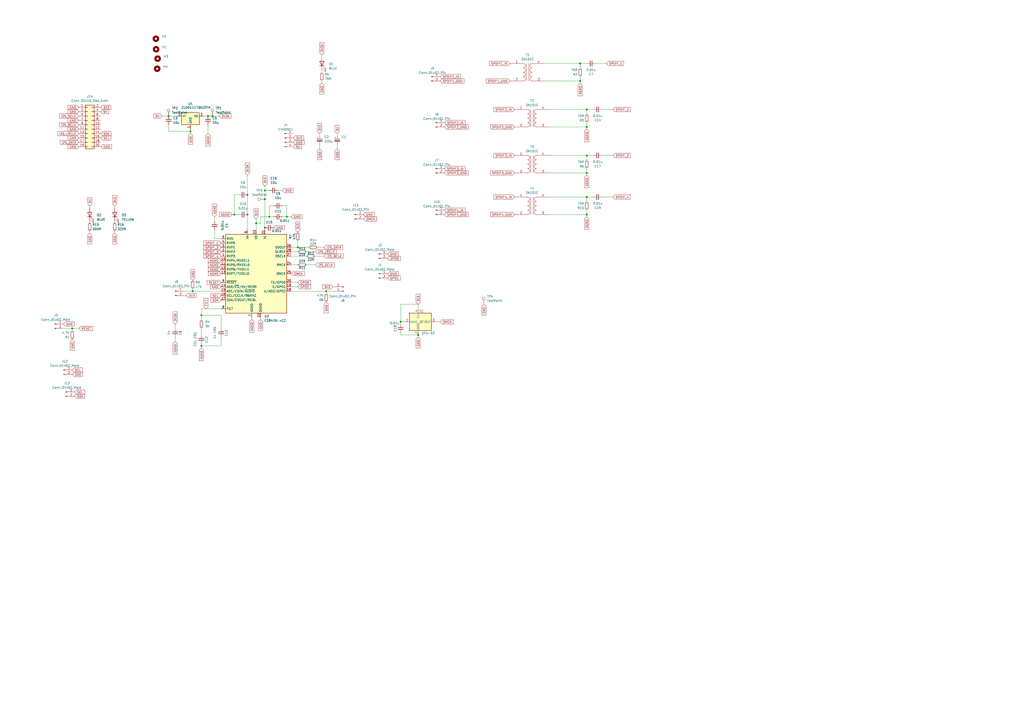
<source format=kicad_sch>
(kicad_sch (version 20231120) (generator "eeschema") (generator_version "8.0")
  (paper "A2")
  (lib_symbols
    (symbol "Audio:CS8416-xZZ"
      (property "Reference" "U" (at 12.7 26.67 0))
      (property "Value" "CS8416-xZZ" (at 12.7 24.13 0))
      (symbol "CS8416-xZZ_1_1"
        (pin input line (at -20.32 10.16 0) (length 2.54) (name "RXP3") (number "1"))
        (pin input line (at -20.32 7.62 0) (length 2.54) (name "RXP4/RXSEL1") (number "10"))
        (pin input line (at -20.32 5.08 0) (length 2.54) (name "RXP5/RXSEL0") (number "11"))
        (pin input line (at -20.32 2.54 0) (length 2.54) (name "RXP6/TXSEL1") (number "12"))
        (pin input line (at -20.32 0 0) (length 2.54) (name "RXP7/TXSEL0") (number "13"))
        (pin input line (at -20.32 -7.62 0) (length 2.54) (name "AD0/~{CS}/NV/RERR") (number "14"))
        (pin input line (at -20.32 -10.16 0) (length 2.54) (name "AD1/CDIN/~{AUDIO}") (number "15"))
        (pin input line (at -20.32 -12.7 0) (length 2.54) (name "SCL/CCLK/96KHZ") (number "16"))
        (pin bidirectional line (at -20.32 -15.24 0) (length 2.54) (name "SDA/CDOUT/RCBL") (number "17"))
        (pin output line (at 20.32 -10.16 180) (length 2.54) (name "U/AD2/GPO2") (number "18"))
        (pin output line (at 20.32 -7.62 180) (length 2.54) (name "C/GPO1") (number "19"))
        (pin input line (at -20.32 12.7 0) (length 2.54) (name "RXP2") (number "2"))
        (pin output line (at 20.32 -5.08 180) (length 2.54) (name "TX/GPO0") (number "20"))
        (pin power_in line (at 5.08 25.4 270) (length 2.54) (name "VL") (number "21"))
        (pin power_in line (at 2.54 -25.4 90) (length 2.54) (name "DGND") (number "22"))
        (pin power_in line (at 0 25.4 270) (length 2.54) (name "VD") (number "23"))
        (pin output line (at 20.32 5.08 180) (length 2.54) (name "RMCK") (number "24"))
        (pin input line (at 20.32 0 180) (length 2.54) (name "OMCK") (number "25"))
        (pin output line (at 20.32 15.24 180) (length 2.54) (name "SDOUT") (number "26"))
        (pin bidirectional line (at 20.32 10.16 180) (length 2.54) (name "OSCLK") (number "27"))
        (pin bidirectional line (at 20.32 12.7 180) (length 2.54) (name "OLRCK") (number "28"))
        (pin input line (at -20.32 15.24 0) (length 2.54) (name "RXP1") (number "3"))
        (pin input line (at -20.32 17.78 0) (length 2.54) (name "RXP0") (number "4"))
        (pin input line (at -20.32 20.32 0) (length 2.54) (name "RXN") (number "5"))
        (pin power_in line (at -5.08 25.4 270) (length 2.54) (name "VA") (number "6"))
        (pin power_in line (at -2.54 -25.4 90) (length 2.54) (name "AGND") (number "7"))
        (pin passive line (at -20.32 -20.32 0) (length 2.54) (name "FILT") (number "8"))
        (pin input line (at -20.32 -5.08 0) (length 2.54) (name "~{RESET}") (number "9"))
      )
    )
    (symbol "Connector:Conn_01x02_Pin" (pin_names (offset 1.016) hide)
      (property "Reference" "J" (at 0 2.54 0))
      (property "Value" "Conn_01x02_Pin" (at 0 -5.08 0))
      (symbol "Conn_01x02_Pin_1_1"
        (pin passive line (at 5.08 0 180) (length 3.81) (name "Pin_1") (number "1"))
        (pin passive line (at 5.08 -2.54 180) (length 3.81) (name "Pin_2") (number "2"))
      )
    )
    (symbol "Connector:Conn_01x04_Pin" (pin_names (offset 1.016) hide)
      (property "Reference" "J" (at 0 5.08 0))
      (property "Value" "Conn_01x04_Pin" (at 0 -7.62 0))
      (symbol "Conn_01x04_Pin_1_1"
        (pin passive line (at 5.08 2.54 180) (length 3.81) (name "Pin_1") (number "1"))
        (pin passive line (at 5.08 0 180) (length 3.81) (name "Pin_2") (number "2"))
        (pin passive line (at 5.08 -2.54 180) (length 3.81) (name "Pin_3") (number "3"))
        (pin passive line (at 5.08 -5.08 180) (length 3.81) (name "Pin_4") (number "4"))
      )
    )
    (symbol "Connector:TestPoint" (pin_numbers hide) (pin_names (offset 0.762) hide)
      (property "Reference" "TP" (at 0 6.858 0))
      (property "Value" "TestPoint" (at 0 5.08 0))
      (symbol "TestPoint_1_1"
        (pin passive line (at 0 0 90) (length 2.54) (name "1") (number "1"))
      )
    )
    (symbol "Connector_Generic:Conn_02x10_Odd_Even" (pin_names (offset 1.016) hide)
      (property "Reference" "J" (at 1.27 12.7 0))
      (property "Value" "Conn_02x10_Odd_Even" (at 1.27 -15.24 0))
      (symbol "Conn_02x10_Odd_Even_1_1"
        (pin passive line (at -5.08 10.16 0) (length 3.81) (name "Pin_1") (number "1"))
        (pin passive line (at 7.62 0 180) (length 3.81) (name "Pin_10") (number "10"))
        (pin passive line (at -5.08 -2.54 0) (length 3.81) (name "Pin_11") (number "11"))
        (pin passive line (at 7.62 -2.54 180) (length 3.81) (name "Pin_12") (number "12"))
        (pin passive line (at -5.08 -5.08 0) (length 3.81) (name "Pin_13") (number "13"))
        (pin passive line (at 7.62 -5.08 180) (length 3.81) (name "Pin_14") (number "14"))
        (pin passive line (at -5.08 -7.62 0) (length 3.81) (name "Pin_15") (number "15"))
        (pin passive line (at 7.62 -7.62 180) (length 3.81) (name "Pin_16") (number "16"))
        (pin passive line (at -5.08 -10.16 0) (length 3.81) (name "Pin_17") (number "17"))
        (pin passive line (at 7.62 -10.16 180) (length 3.81) (name "Pin_18") (number "18"))
        (pin passive line (at -5.08 -12.7 0) (length 3.81) (name "Pin_19") (number "19"))
        (pin passive line (at 7.62 10.16 180) (length 3.81) (name "Pin_2") (number "2"))
        (pin passive line (at 7.62 -12.7 180) (length 3.81) (name "Pin_20") (number "20"))
        (pin passive line (at -5.08 7.62 0) (length 3.81) (name "Pin_3") (number "3"))
        (pin passive line (at 7.62 7.62 180) (length 3.81) (name "Pin_4") (number "4"))
        (pin passive line (at -5.08 5.08 0) (length 3.81) (name "Pin_5") (number "5"))
        (pin passive line (at 7.62 5.08 180) (length 3.81) (name "Pin_6") (number "6"))
        (pin passive line (at -5.08 2.54 0) (length 3.81) (name "Pin_7") (number "7"))
        (pin passive line (at 7.62 2.54 180) (length 3.81) (name "Pin_8") (number "8"))
        (pin passive line (at -5.08 0 0) (length 3.81) (name "Pin_9") (number "9"))
      )
    )
    (symbol "Device:C_Polarized_Small" (pin_numbers hide) (pin_names (offset 0.254) hide)
      (property "Reference" "C" (at 0.254 1.778 0))
      (property "Value" "C_Polarized_Small" (at 0.254 -2.032 0))
      (symbol "C_Polarized_Small_1_1"
        (pin passive line (at 0 2.54 270) (length 1.8542) (name "~") (number "1"))
        (pin passive line (at 0 -2.54 90) (length 1.8542) (name "~") (number "2"))
      )
    )
    (symbol "Device:C_Small" (pin_numbers hide) (pin_names (offset 0.254) hide)
      (property "Reference" "C" (at 0.254 1.778 0))
      (property "Value" "C_Small" (at 0.254 -2.032 0))
      (symbol "C_Small_1_1"
        (pin passive line (at 0 2.54 270) (length 2.032) (name "~") (number "1"))
        (pin passive line (at 0 -2.54 90) (length 2.032) (name "~") (number "2"))
      )
    )
    (symbol "Device:LED" (pin_numbers hide) (pin_names (offset 1.016) hide)
      (property "Reference" "D" (at 0 2.54 0))
      (property "Value" "LED" (at 0 -2.54 0))
      (symbol "LED_1_1"
        (pin passive line (at -3.81 0 0) (length 2.54) (name "K") (number "1"))
        (pin passive line (at 3.81 0 180) (length 2.54) (name "A") (number "2"))
      )
    )
    (symbol "Device:R_Small" (pin_numbers hide) (pin_names (offset 0.254) hide)
      (property "Reference" "R" (at 0.762 0.508 0))
      (property "Value" "R_Small" (at 0.762 -1.016 0))
      (symbol "R_Small_1_1"
        (pin passive line (at 0 2.54 270) (length 0.762) (name "~") (number "1"))
        (pin passive line (at 0 -2.54 90) (length 0.762) (name "~") (number "2"))
      )
    )
    (symbol "Device:Transformer_1P_1S" (pin_names (offset 1.016) hide)
      (property "Reference" "T" (at 0 6.35 0))
      (property "Value" "Transformer_1P_1S" (at 0 -7.62 0))
      (symbol "Transformer_1P_1S_1_1"
        (pin passive line (at -10.16 5.08 0) (length 7.62) (name "AA") (number "1"))
        (pin passive line (at -10.16 -5.08 0) (length 7.62) (name "AB") (number "2"))
        (pin passive line (at 10.16 -5.08 180) (length 7.62) (name "SA") (number "3"))
        (pin passive line (at 10.16 5.08 180) (length 7.62) (name "SB") (number "4"))
      )
    )
    (symbol "Mechanical:MountingHole" (pin_names (offset 1.016)) (exclude_from_sim yes) (in_bom no)
      (property "Reference" "H" (at 0 5.08 0))
      (property "Value" "MountingHole" (at 0 3.175 0))
    )
    (symbol "Oscillator:DFA-S3" (pin_names (offset 0.254))
      (property "Reference" "X" (at -5.08 6.35 0))
      (property "Value" "DFA-S3" (at 1.27 -6.35 0))
      (symbol "DFA-S3_1_1"
        (pin input line (at -7.62 0 0) (length 2.54) (name "Vctrl") (number "1"))
        (pin power_in line (at 0 -7.62 90) (length 2.54) (name "GND") (number "2"))
        (pin output line (at 10.16 0 180) (length 2.54) (name "OUT") (number "3"))
        (pin power_in line (at 0 7.62 270) (length 2.54) (name "V+") (number "4"))
      )
    )
    (symbol "Regulator_Linear:AMS1117-3.3"
      (property "Reference" "U" (at -3.81 3.175 0))
      (property "Value" "AMS1117-3.3" (at 0 3.175 0))
      (symbol "AMS1117-3.3_1_1"
        (pin power_in line (at 0 -7.62 90) (length 2.54) (name "GND") (number "1"))
        (pin power_out line (at 7.62 0 180) (length 2.54) (name "VO") (number "2"))
        (pin power_in line (at -7.62 0 0) (length 2.54) (name "VI") (number "3"))
      )
    )
  )
  (junction (at 340.36 63.5))
  (junction (at 148.59 129.54))
  (junction (at 156.21 125.73))
  (junction (at 166.37 125.73))
  (junction (at 41.91 190.5))
  (junction (at 153.67 115.57))
  (junction (at 123.19 67.31))
  (junction (at 135.89 124.46))
  (junction (at 336.55 36.83))
  (junction (at 153.67 132.08))
  (junction (at 120.65 67.31))
  (junction (at 340.36 90.17))
  (junction (at 97.79 67.31))
  (junction (at 340.36 73.66))
  (junction (at 232.41 186.69))
  (junction (at 189.23 168.91))
  (junction (at 110.49 76.2))
  (junction (at 242.57 194.31))
  (junction (at 116.84 200.66))
  (junction (at 116.84 182.88))
  (junction (at 336.55 46.99))
  (junction (at 340.36 114.3))
  (junction (at 111.76 168.91))
  (junction (at 143.51 124.46))
  (junction (at 340.36 100.33))
  (junction (at 143.51 113.03))
  (junction (at 153.67 110.49))
  (junction (at 340.36 124.46))
  (junction (at 172.72 143.51))
  (wire (pts (xy 182.88 153.67) (xy 177.8 153.67)))
  (wire (pts (xy 111.76 167.64) (xy 111.76 168.91)))
  (wire (pts (xy 340.36 92.71) (xy 340.36 90.17)))
  (wire (pts (xy 143.51 124.46) (xy 143.51 133.35)))
  (wire (pts (xy 340.36 121.92) (xy 340.36 124.46)))
  (wire (pts (xy 52.07 134.112) (xy 52.07 135.255)))
  (wire (pts (xy 111.76 168.91) (xy 128.27 168.91)))
  (wire (pts (xy 66.548 120.65) (xy 66.548 119.38)))
  (wire (pts (xy 340.36 124.46) (xy 340.36 125.73)))
  (wire (pts (xy 232.41 186.69) (xy 234.95 186.69)))
  (wire (pts (xy 151.13 125.73) (xy 151.13 129.54)))
  (wire (pts (xy 340.36 97.79) (xy 340.36 100.33)))
  (wire (pts (xy 336.55 39.37) (xy 336.55 36.83)))
  (wire (pts (xy 318.77 100.33) (xy 340.36 100.33)))
  (wire (pts (xy 153.67 110.49) (xy 153.67 115.57)))
  (wire (pts (xy 116.84 182.88) (xy 116.84 185.42)))
  (wire (pts (xy 153.67 132.08) (xy 153.67 133.35)))
  (wire (pts (xy 185.42 77.47) (xy 185.42 78.74)))
  (wire (pts (xy 351.79 36.83) (xy 345.44 36.83)))
  (wire (pts (xy 93.98 67.31) (xy 97.79 67.31)))
  (wire (pts (xy 148.59 127) (xy 148.59 129.54)))
  (wire (pts (xy 120.65 72.39) (xy 120.65 77.47)))
  (wire (pts (xy 344.17 63.5) (xy 340.36 63.5)))
  (wire (pts (xy 316.23 46.99) (xy 336.55 46.99)))
  (wire (pts (xy 143.51 113.03) (xy 143.51 124.46)))
  (wire (pts (xy 344.17 114.3) (xy 340.36 114.3)))
  (wire (pts (xy 124.46 138.43) (xy 128.27 138.43)))
  (wire (pts (xy 124.46 128.27) (xy 124.46 125.73)))
  (wire (pts (xy 172.72 153.67) (xy 168.91 153.67)))
  (wire (pts (xy 128.27 200.66) (xy 116.84 200.66)))
  (wire (pts (xy 138.43 113.03) (xy 135.89 113.03)))
  (wire (pts (xy 135.89 124.46) (xy 138.43 124.46)))
  (wire (pts (xy 340.36 66.04) (xy 340.36 63.5)))
  (wire (pts (xy 242.57 176.53) (xy 242.57 179.07)))
  (wire (pts (xy 134.62 124.46) (xy 135.89 124.46)))
  (wire (pts (xy 340.36 36.83) (xy 336.55 36.83)))
  (wire (pts (xy 97.79 72.39) (xy 97.79 76.2)))
  (wire (pts (xy 158.75 119.38) (xy 156.21 119.38)))
  (wire (pts (xy 242.57 195.58) (xy 242.57 194.31)))
  (wire (pts (xy 163.83 119.38) (xy 166.37 119.38)))
  (wire (pts (xy 128.27 182.88) (xy 116.84 182.88)))
  (wire (pts (xy 355.6 114.3) (xy 349.25 114.3)))
  (wire (pts (xy 107.95 171.45) (xy 106.68 171.45)))
  (wire (pts (xy 166.37 119.38) (xy 166.37 125.73)))
  (wire (pts (xy 232.41 187.96) (xy 232.41 186.69)))
  (wire (pts (xy 120.65 67.31) (xy 123.19 67.31)))
  (wire (pts (xy 355.6 90.17) (xy 349.25 90.17)))
  (wire (pts (xy 195.58 86.36) (xy 195.58 83.82)))
  (wire (pts (xy 116.84 179.07) (xy 116.84 182.88)))
  (wire (pts (xy 168.91 168.91) (xy 189.23 168.91)))
  (wire (pts (xy 232.41 176.53) (xy 242.57 176.53)))
  (wire (pts (xy 101.6 190.5) (xy 101.6 187.96)))
  (wire (pts (xy 316.23 36.83) (xy 336.55 36.83)))
  (wire (pts (xy 355.6 63.5) (xy 349.25 63.5)))
  (wire (pts (xy 97.79 76.2) (xy 110.49 76.2)))
  (wire (pts (xy 232.41 194.31) (xy 242.57 194.31)))
  (wire (pts (xy 146.05 185.42) (xy 146.05 184.15)))
  (wire (pts (xy 172.72 139.7) (xy 172.72 143.51)))
  (wire (pts (xy 128.27 190.5) (xy 128.27 182.88)))
  (wire (pts (xy 189.23 170.18) (xy 189.23 168.91)))
  (wire (pts (xy 182.88 146.05) (xy 177.8 146.05)))
  (wire (pts (xy 166.37 125.73) (xy 163.83 125.73)))
  (wire (pts (xy 66.548 134.112) (xy 66.548 135.255)))
  (wire (pts (xy 135.89 113.03) (xy 135.89 124.46)))
  (wire (pts (xy 172.72 146.05) (xy 168.91 146.05)))
  (wire (pts (xy 344.17 90.17) (xy 340.36 90.17)))
  (wire (pts (xy 158.75 125.73) (xy 156.21 125.73)))
  (wire (pts (xy 232.41 193.04) (xy 232.41 194.31)))
  (wire (pts (xy 153.67 110.49) (xy 156.21 110.49)))
  (wire (pts (xy 97.79 67.31) (xy 102.87 67.31)))
  (wire (pts (xy 116.84 194.31) (xy 116.84 190.5)))
  (wire (pts (xy 45.72 190.5) (xy 41.91 190.5)))
  (wire (pts (xy 101.6 198.12) (xy 101.6 195.58)))
  (wire (pts (xy 336.55 46.99) (xy 336.55 48.26)))
  (wire (pts (xy 153.67 115.57) (xy 153.67 132.08)))
  (wire (pts (xy 186.69 46.99) (xy 186.69 48.26)))
  (wire (pts (xy 187.96 148.59) (xy 182.88 148.59)))
  (wire (pts (xy 186.69 33.02) (xy 186.69 31.75)))
  (wire (pts (xy 172.72 143.51) (xy 168.91 143.51)))
  (wire (pts (xy 186.69 41.91) (xy 186.69 40.64)))
  (wire (pts (xy 52.07 120.65) (xy 52.07 119.38)))
  (wire (pts (xy 340.36 73.66) (xy 340.36 74.93)))
  (wire (pts (xy 172.72 166.37) (xy 168.91 166.37)))
  (wire (pts (xy 318.77 124.46) (xy 340.36 124.46)))
  (wire (pts (xy 252.73 186.69) (xy 255.27 186.69)))
  (wire (pts (xy 116.84 201.93) (xy 116.84 200.66)))
  (wire (pts (xy 194.31 168.91) (xy 189.23 168.91)))
  (wire (pts (xy 193.04 166.37) (xy 194.31 166.37)))
  (wire (pts (xy 187.96 143.51) (xy 184.15 143.51)))
  (wire (pts (xy 124.46 133.35) (xy 124.46 138.43)))
  (wire (pts (xy 106.68 168.91) (xy 111.76 168.91)))
  (wire (pts (xy 41.91 191.77) (xy 41.91 190.5)))
  (wire (pts (xy 110.49 76.2) (xy 110.49 74.93)))
  (wire (pts (xy 128.27 195.58) (xy 128.27 200.66)))
  (wire (pts (xy 128.27 179.07) (xy 116.84 179.07)))
  (wire (pts (xy 340.36 71.12) (xy 340.36 73.66)))
  (wire (pts (xy 116.84 200.66) (xy 116.84 199.39)))
  (wire (pts (xy 148.59 129.54) (xy 148.59 133.35)))
  (wire (pts (xy 318.77 114.3) (xy 340.36 114.3)))
  (wire (pts (xy 156.21 125.73) (xy 151.13 125.73)))
  (wire (pts (xy 185.42 86.36) (xy 185.42 83.82)))
  (wire (pts (xy 127 67.31) (xy 123.19 67.31)))
  (wire (pts (xy 156.21 119.38) (xy 156.21 125.73)))
  (wire (pts (xy 340.36 100.33) (xy 340.36 101.6)))
  (wire (pts (xy 318.77 90.17) (xy 340.36 90.17)))
  (wire (pts (xy 66.548 129.032) (xy 66.548 128.27)))
  (wire (pts (xy 340.36 116.84) (xy 340.36 114.3)))
  (wire (pts (xy 163.83 110.49) (xy 161.29 110.49)))
  (wire (pts (xy 172.72 163.83) (xy 168.91 163.83)))
  (wire (pts (xy 232.41 176.53) (xy 232.41 186.69)))
  (wire (pts (xy 318.77 73.66) (xy 340.36 73.66)))
  (wire (pts (xy 151.13 185.42) (xy 151.13 184.15)))
  (wire (pts (xy 120.65 67.31) (xy 118.11 67.31)))
  (wire (pts (xy 318.77 63.5) (xy 340.36 63.5)))
  (wire (pts (xy 168.91 125.73) (xy 166.37 125.73)))
  (wire (pts (xy 177.8 148.59) (xy 168.91 148.59)))
  (wire (pts (xy 153.67 107.95) (xy 153.67 110.49)))
  (wire (pts (xy 110.49 77.47) (xy 110.49 76.2)))
  (wire (pts (xy 336.55 44.45) (xy 336.55 46.99)))
  (wire (pts (xy 41.91 190.5) (xy 36.83 190.5)))
  (wire (pts (xy 195.58 77.47) (xy 195.58 78.74)))
  (wire (pts (xy 143.51 101.6) (xy 143.51 113.03)))
  (wire (pts (xy 52.07 129.032) (xy 52.07 128.27)))
  (wire (pts (xy 179.07 143.51) (xy 172.72 143.51)))
  (wire (pts (xy 151.13 129.54) (xy 148.59 129.54)))
  (global_label "GND" (shape input) (at 186.69 48.26 270) (property "Intersheetrefs" "${INTERSHEET_REFS}" (effects (hide yes))))
  (global_label "OMCK" (shape input) (at 210.82 127 0) (property "Intersheetrefs" "${INTERSHEET_REFS}" (effects (hide yes))))
  (global_label "GND" (shape input) (at 195.58 86.36 270) (property "Intersheetrefs" "${INTERSHEET_REFS}" (effects (hide yes))))
  (global_label "SPDIF_2" (shape input) (at 128.27 143.51 180) (property "Intersheetrefs" "${INTERSHEET_REFS}" (effects (hide yes))))
  (global_label "GND" (shape input) (at 163.83 110.49 0) (property "Intersheetrefs" "${INTERSHEET_REFS}" (effects (hide yes))))
  (global_label "GND" (shape input) (at 111.76 162.56 90) (property "Intersheetrefs" "${INTERSHEET_REFS}" (effects (hide yes))))
  (global_label "SDA" (shape input) (at 41.91 217.17 0) (property "Intersheetrefs" "${INTERSHEET_REFS}" (effects (hide yes))))
  (global_label "GND" (shape input) (at 41.91 196.85 270) (property "Intersheetrefs" "${INTERSHEET_REFS}" (effects (hide yes))))
  (global_label "GND" (shape input) (at 185.42 86.36 270) (property "Intersheetrefs" "${INTERSHEET_REFS}" (effects (hide yes))))
  (global_label "AGND" (shape input) (at 128.27 156.21 180) (property "Intersheetrefs" "${INTERSHEET_REFS}" (effects (hide yes))))
  (global_label "I2S_DATA" (shape input) (at 187.96 143.51 0) (property "Intersheetrefs" "${INTERSHEET_REFS}" (effects (hide yes))))
  (global_label "FILT" (shape input) (at 119.38 179.07 90) (property "Intersheetrefs" "${INTERSHEET_REFS}" (effects (hide yes))))
  (global_label "SPDIF2_IN" (shape input) (at 298.45 63.5 180) (property "Intersheetrefs" "${INTERSHEET_REFS}" (effects (hide yes))))
  (global_label "SPDIF1_IN" (shape input) (at 255.27 44.45 0) (property "Intersheetrefs" "${INTERSHEET_REFS}" (effects (hide yes))))
  (global_label "AGND" (shape input) (at 340.36 101.6 270) (property "Intersheetrefs" "${INTERSHEET_REFS}" (effects (hide yes))))
  (global_label "GND" (shape input) (at 170.18 82.55 0) (property "Intersheetrefs" "${INTERSHEET_REFS}" (effects (hide yes))))
  (global_label "RESET" (shape input) (at 128.27 163.83 180) (property "Intersheetrefs" "${INTERSHEET_REFS}" (effects (hide yes))))
  (global_label "GND" (shape input) (at 45.72 74.93 180) (property "Intersheetrefs" "${INTERSHEET_REFS}" (effects (hide yes))))
  (global_label "GND" (shape input) (at 45.72 64.77 180) (property "Intersheetrefs" "${INTERSHEET_REFS}" (effects (hide yes))))
  (global_label "GND" (shape input) (at 224.79 147.32 0) (property "Intersheetrefs" "${INTERSHEET_REFS}" (effects (hide yes))))
  (global_label "GND" (shape input) (at 45.72 69.85 180) (property "Intersheetrefs" "${INTERSHEET_REFS}" (effects (hide yes))))
  (global_label "GND" (shape input) (at 110.49 77.47 270) (property "Intersheetrefs" "${INTERSHEET_REFS}" (effects (hide yes))))
  (global_label "SPDIF_1" (shape input) (at 351.79 36.83 0) (property "Intersheetrefs" "${INTERSHEET_REFS}" (effects (hide yes))))
  (global_label "SPDIF3_IN" (shape input) (at 257.81 97.79 0) (property "Intersheetrefs" "${INTERSHEET_REFS}" (effects (hide yes))))
  (global_label "3V3" (shape input) (at 58.42 62.23 0) (property "Intersheetrefs" "${INTERSHEET_REFS}" (effects (hide yes))))
  (global_label "5V" (shape input) (at 195.58 77.47 90) (property "Intersheetrefs" "${INTERSHEET_REFS}" (effects (hide yes))))
  (global_label "AGND" (shape input) (at 120.65 77.47 270) (property "Intersheetrefs" "${INTERSHEET_REFS}" (effects (hide yes))))
  (global_label "I2S_BCLK" (shape input) (at 187.96 148.59 0) (property "Intersheetrefs" "${INTERSHEET_REFS}" (effects (hide yes))))
  (global_label "SPDIF3_GND" (shape input) (at 298.45 100.33 180) (property "Intersheetrefs" "${INTERSHEET_REFS}" (effects (hide yes))))
  (global_label "AGND" (shape input) (at 336.55 48.26 270) (property "Intersheetrefs" "${INTERSHEET_REFS}" (effects (hide yes))))
  (global_label "AGND" (shape input) (at 340.36 125.73 270) (property "Intersheetrefs" "${INTERSHEET_REFS}" (effects (hide yes))))
  (global_label "SPDIF1_GND" (shape input) (at 255.27 46.99 0) (property "Intersheetrefs" "${INTERSHEET_REFS}" (effects (hide yes))))
  (global_label "I2S_DATA" (shape input) (at 45.72 82.55 180) (property "Intersheetrefs" "${INTERSHEET_REFS}" (effects (hide yes))))
  (global_label "SPDIF_3" (shape input) (at 355.6 90.17 0) (property "Intersheetrefs" "${INTERSHEET_REFS}" (effects (hide yes))))
  (global_label "SPDIF1_GND" (shape input) (at 295.91 46.99 180) (property "Intersheetrefs" "${INTERSHEET_REFS}" (effects (hide yes))))
  (global_label "GND" (shape input) (at 280.67 176.53 270) (property "Intersheetrefs" "${INTERSHEET_REFS}" (effects (hide yes))))
  (global_label "SDA" (shape input) (at 43.18 229.87 0) (property "Intersheetrefs" "${INTERSHEET_REFS}" (effects (hide yes))))
  (global_label "SCL" (shape input) (at 58.42 80.01 0) (property "Intersheetrefs" "${INTERSHEET_REFS}" (effects (hide yes))))
  (global_label "SCL" (shape input) (at 128.27 171.45 180) (property "Intersheetrefs" "${INTERSHEET_REFS}" (effects (hide yes))))
  (global_label "SDA" (shape input) (at 58.42 77.47 0) (property "Intersheetrefs" "${INTERSHEET_REFS}" (effects (hide yes))))
  (global_label "GND" (shape input) (at 45.72 80.01 180) (property "Intersheetrefs" "${INTERSHEET_REFS}" (effects (hide yes))))
  (global_label "3V3" (shape input) (at 242.57 176.53 90) (property "Intersheetrefs" "${INTERSHEET_REFS}" (effects (hide yes))))
  (global_label "GND" (shape input) (at 52.07 135.255 270) (property "Intersheetrefs" "${INTERSHEET_REFS}" (effects (hide yes))))
  (global_label "AGND" (shape input) (at 101.6 198.12 270) (property "Intersheetrefs" "${INTERSHEET_REFS}" (effects (hide yes))))
  (global_label "SDA" (shape input) (at 128.27 173.99 180) (property "Intersheetrefs" "${INTERSHEET_REFS}" (effects (hide yes))))
  (global_label "I2S_SCLK" (shape input) (at 182.88 153.67 0) (property "Intersheetrefs" "${INTERSHEET_REFS}" (effects (hide yes))))
  (global_label "SPDIF2_IN" (shape input) (at 257.81 71.12 0) (property "Intersheetrefs" "${INTERSHEET_REFS}" (effects (hide yes))))
  (global_label "GND" (shape input) (at 189.23 175.26 270) (property "Intersheetrefs" "${INTERSHEET_REFS}" (effects (hide yes))))
  (global_label "GPO0" (shape input) (at 172.72 163.83 0) (property "Intersheetrefs" "${INTERSHEET_REFS}" (effects (hide yes))))
  (global_label "OMCK" (shape input) (at 255.27 186.69 0) (property "Intersheetrefs" "${INTERSHEET_REFS}" (effects (hide yes))))
  (global_label "3V3" (shape input) (at 172.72 134.62 90) (property "Intersheetrefs" "${INTERSHEET_REFS}" (effects (hide yes))))
  (global_label "SPDIF4_IN" (shape input) (at 298.45 114.3 180) (property "Intersheetrefs" "${INTERSHEET_REFS}" (effects (hide yes))))
  (global_label "AGND" (shape input) (at 340.36 74.93 270) (property "Intersheetrefs" "${INTERSHEET_REFS}" (effects (hide yes))))
  (global_label "SPDIF3_GND" (shape input) (at 257.81 100.33 0) (property "Intersheetrefs" "${INTERSHEET_REFS}" (effects (hide yes))))
  (global_label "GPO0" (shape input) (at 224.79 149.86 0) (property "Intersheetrefs" "${INTERSHEET_REFS}" (effects (hide yes))))
  (global_label "3V3A" (shape input) (at 127 67.31 0) (property "Intersheetrefs" "${INTERSHEET_REFS}" (effects (hide yes))))
  (global_label "3V3" (shape input) (at 148.59 127 90) (property "Intersheetrefs" "${INTERSHEET_REFS}" (effects (hide yes))))
  (global_label "GND" (shape input) (at 66.548 135.255 270) (property "Intersheetrefs" "${INTERSHEET_REFS}" (effects (hide yes))))
  (global_label "I2S_LRCLK" (shape input) (at 45.72 77.47 180) (property "Intersheetrefs" "${INTERSHEET_REFS}" (effects (hide yes))))
  (global_label "GND" (shape input) (at 224.79 158.75 0) (property "Intersheetrefs" "${INTERSHEET_REFS}" (effects (hide yes))))
  (global_label "3V3" (shape input) (at 170.18 80.01 0) (property "Intersheetrefs" "${INTERSHEET_REFS}" (effects (hide yes))))
  (global_label "SPDIF_1" (shape input) (at 128.27 140.97 180) (property "Intersheetrefs" "${INTERSHEET_REFS}" (effects (hide yes))))
  (global_label "GPO1" (shape input) (at 172.72 166.37 0) (property "Intersheetrefs" "${INTERSHEET_REFS}" (effects (hide yes))))
  (global_label "3V3A" (shape input) (at 186.69 31.75 90) (property "Intersheetrefs" "${INTERSHEET_REFS}" (effects (hide yes))))
  (global_label "AGND" (shape input) (at 128.27 153.67 180) (property "Intersheetrefs" "${INTERSHEET_REFS}" (effects (hide yes))))
  (global_label "SPDIF_3" (shape input) (at 128.27 146.05 180) (property "Intersheetrefs" "${INTERSHEET_REFS}" (effects (hide yes))))
  (global_label "SPDIF2_GND" (shape input) (at 298.45 73.66 180) (property "Intersheetrefs" "${INTERSHEET_REFS}" (effects (hide yes))))
  (global_label "3V3" (shape input) (at 153.67 107.95 90) (property "Intersheetrefs" "${INTERSHEET_REFS}" (effects (hide yes))))
  (global_label "I2S_BCLK" (shape input) (at 45.72 72.39 180) (property "Intersheetrefs" "${INTERSHEET_REFS}" (effects (hide yes))))
  (global_label "SPDIF2_GND" (shape input) (at 257.81 73.66 0) (property "Intersheetrefs" "${INTERSHEET_REFS}" (effects (hide yes))))
  (global_label "SPDIF_4" (shape input) (at 128.27 148.59 180) (property "Intersheetrefs" "${INTERSHEET_REFS}" (effects (hide yes))))
  (global_label "3V3A" (shape input) (at 101.6 187.96 90) (property "Intersheetrefs" "${INTERSHEET_REFS}" (effects (hide yes))))
  (global_label "SPDIF4_GND" (shape input) (at 257.81 124.46 0) (property "Intersheetrefs" "${INTERSHEET_REFS}" (effects (hide yes))))
  (global_label "AGND" (shape input) (at 128.27 151.13 180) (property "Intersheetrefs" "${INTERSHEET_REFS}" (effects (hide yes))))
  (global_label "GND" (shape input) (at 36.83 187.96 0) (property "Intersheetrefs" "${INTERSHEET_REFS}" (effects (hide yes))))
  (global_label "AGND" (shape input) (at 146.05 185.42 270) (property "Intersheetrefs" "${INTERSHEET_REFS}" (effects (hide yes))))
  (global_label "I2S_LRCLK" (shape input) (at 182.88 146.05 0) (property "Intersheetrefs" "${INTERSHEET_REFS}" (effects (hide yes))))
  (global_label "AGND" (shape input) (at 124.46 125.73 90) (property "Intersheetrefs" "${INTERSHEET_REFS}" (effects (hide yes))))
  (global_label "5V" (shape input) (at 58.42 64.77 0) (property "Intersheetrefs" "${INTERSHEET_REFS}" (effects (hide yes))))
  (global_label "3V3" (shape input) (at 66.548 119.38 90) (property "Intersheetrefs" "${INTERSHEET_REFS}" (effects (hide yes))))
  (global_label "AGND" (shape input) (at 116.84 201.93 270) (property "Intersheetrefs" "${INTERSHEET_REFS}" (effects (hide yes))))
  (global_label "RESET" (shape input) (at 45.72 190.5 0) (property "Intersheetrefs" "${INTERSHEET_REFS}" (effects (hide yes))))
  (global_label "GND" (shape input) (at 168.91 125.73 0) (property "Intersheetrefs" "${INTERSHEET_REFS}" (effects (hide yes))))
  (global_label "SPDIF_2" (shape input) (at 355.6 63.5 0) (property "Intersheetrefs" "${INTERSHEET_REFS}" (effects (hide yes))))
  (global_label "I2S_SCLK" (shape input) (at 45.72 67.31 180) (property "Intersheetrefs" "${INTERSHEET_REFS}" (effects (hide yes))))
  (global_label "OMCK" (shape input) (at 168.91 158.75 0) (property "Intersheetrefs" "${INTERSHEET_REFS}" (effects (hide yes))))
  (global_label "GND" (shape input) (at 128.27 166.37 180) (property "Intersheetrefs" "${INTERSHEET_REFS}" (effects (hide yes))))
  (global_label "GPO1" (shape input) (at 224.79 161.29 0) (property "Intersheetrefs" "${INTERSHEET_REFS}" (effects (hide yes))))
  (global_label "GND" (shape input) (at 151.13 185.42 270) (property "Intersheetrefs" "${INTERSHEET_REFS}" (effects (hide yes))))
  (global_label "SPDIF4_GND" (shape input) (at 298.45 124.46 180) (property "Intersheetrefs" "${INTERSHEET_REFS}" (effects (hide yes))))
  (global_label "AGND" (shape input) (at 128.27 158.75 180) (property "Intersheetrefs" "${INTERSHEET_REFS}" (effects (hide yes))))
  (global_label "GND" (shape input) (at 242.57 195.58 270) (property "Intersheetrefs" "${INTERSHEET_REFS}" (effects (hide yes))))
  (global_label "GND" (shape input) (at 45.72 85.09 180) (property "Intersheetrefs" "${INTERSHEET_REFS}" (effects (hide yes))))
  (global_label "3V3" (shape input) (at 185.42 77.47 90) (property "Intersheetrefs" "${INTERSHEET_REFS}" (effects (hide yes))))
  (global_label "SCL" (shape input) (at 43.18 227.33 0) (property "Intersheetrefs" "${INTERSHEET_REFS}" (effects (hide yes))))
  (global_label "SPDIF_4" (shape input) (at 355.6 114.3 0) (property "Intersheetrefs" "${INTERSHEET_REFS}" (effects (hide yes))))
  (global_label "SPDIF3_IN" (shape input) (at 298.45 90.17 180) (property "Intersheetrefs" "${INTERSHEET_REFS}" (effects (hide yes))))
  (global_label "GND" (shape input) (at 210.82 124.46 0) (property "Intersheetrefs" "${INTERSHEET_REFS}" (effects (hide yes))))
  (global_label "GND" (shape input) (at 58.42 85.09 0) (property "Intersheetrefs" "${INTERSHEET_REFS}" (effects (hide yes))))
  (global_label "GND" (shape input) (at 158.75 132.08 0) (property "Intersheetrefs" "${INTERSHEET_REFS}" (effects (hide yes))))
  (global_label "SPDIF1_IN" (shape input) (at 295.91 36.83 180) (property "Intersheetrefs" "${INTERSHEET_REFS}" (effects (hide yes))))
  (global_label "3V3A" (shape input) (at 143.51 101.6 90) (property "Intersheetrefs" "${INTERSHEET_REFS}" (effects (hide yes))))
  (global_label "5V" (shape input) (at 52.07 119.38 90) (property "Intersheetrefs" "${INTERSHEET_REFS}" (effects (hide yes))))
  (global_label "3V3" (shape input) (at 193.04 166.37 180) (property "Intersheetrefs" "${INTERSHEET_REFS}" (effects (hide yes))))
  (global_label "AGND" (shape input) (at 134.62 124.46 180) (property "Intersheetrefs" "${INTERSHEET_REFS}" (effects (hide yes))))
  (global_label "5V" (shape input) (at 93.98 67.31 180) (property "Intersheetrefs" "${INTERSHEET_REFS}" (effects (hide yes))))
  (global_label "5V" (shape input) (at 170.18 85.09 0) (property "Intersheetrefs" "${INTERSHEET_REFS}" (effects (hide yes))))
  (global_label "3V3" (shape input) (at 107.95 171.45 0) (property "Intersheetrefs" "${INTERSHEET_REFS}" (effects (hide yes))))
  (global_label "SPDIF4_IN" (shape input) (at 257.81 121.92 0) (property "Intersheetrefs" "${INTERSHEET_REFS}" (effects (hide yes))))
  (global_label "GND" (shape input) (at 45.72 62.23 180) (property "Intersheetrefs" "${INTERSHEET_REFS}" (effects (hide yes))))
  (global_label "SCL" (shape input) (at 41.91 214.63 0) (property "Intersheetrefs" "${INTERSHEET_REFS}" (effects (hide yes))))
  (symbol (lib_id "Connector:Conn_01x02_Pin") (at 219.71 147.32 0) (unit 1)
    (property "Reference" "J2" (at 220.345 142.24 0))
    (property "Value" "Conn_01x02_Male" (at 220.345 144.78 0))
    (property "Footprint" "Connector_JST:JST_PH_B2B-PH-K_1x02_P2.00mm_Vertical" (effects (hide yes)))
    (property "Description" "Generic connector, single row, 01x02, script generated" (effects (hide yes)))
  )
  (symbol (lib_id "Device:R_Small") (at 186.69 44.45 180) (unit 1)
    (property "Reference" "R5" (at 188.214 43.18 0) (effects (justify right)))
    (property "Value" "75R" (at 188.214 45.72 0) (effects (justify right)))
    (property "Footprint" "Resistor_SMD:R_0603_1608Metric_Pad0.98x0.95mm_HandSolder" (effects (hide yes)))
    (property "Description" "Resistor, small symbol" (effects (hide yes)))
  )
  (symbol (lib_id "Device:C_Small") (at 156.21 132.08 270) (unit 1)
    (property "Reference" "C15" (at 156.21 128.905 90))
    (property "Value" "0.01u" (at 160.528 133.985 90))
    (property "Footprint" "Capacitor_SMD:C_0805_2012Metric" (effects (hide yes)))
    (property "Description" "Unpolarized capacitor, small symbol" (effects (hide yes)))
  )
  (symbol (lib_id "Connector:Conn_01x02_Pin") (at 31.75 187.96 0) (unit 1)
    (property "Reference" "J3" (at 32.385 182.88 0))
    (property "Value" "Conn_01x02_Male" (at 32.385 185.42 0))
    (property "Footprint" "Connector_JST:JST_PH_B2B-PH-K_1x02_P2.00mm_Vertical" (effects (hide yes)))
    (property "Description" "Generic connector, single row, 01x02, script generated" (effects (hide yes)))
  )
  (symbol (lib_id "Connector_Generic:Conn_02x10_Odd_Even") (at 50.8 72.39 0) (unit 1)
    (property "Reference" "J14" (at 52.07 55.88 0))
    (property "Value" "Conn_02x10_Odd_Even" (at 52.07 58.42 0))
    (property "Footprint" "Connector_PinHeader_2.54mm:PinHeader_2x10_P2.54mm_Vertical" (effects (hide yes)))
    (property "Description" "Generic connector, double row, 02x10, odd/even pin numbering scheme (row 1 odd numbers, row 2 even numbers), script generated (kicad-library-utils/schlib/autogen/connector/)" (effects (hide yes)))
  )
  (symbol (lib_id "Device:C_Small") (at 128.27 193.04 180) (unit 1)
    (property "Reference" "C13" (at 131.318 193.167 90))
    (property "Value" "1n C0G" (at 124.587 193.0337 90))
    (property "Footprint" "Capacitor_SMD:C_0805_2012Metric_Pad1.18x1.45mm_HandSolder" (effects (hide yes)))
    (property "Description" "Unpolarized capacitor, small symbol" (effects (hide yes)))
  )
  (symbol (lib_id "Connector:Conn_01x02_Pin") (at 205.74 124.46 0) (unit 1)
    (property "Reference" "J11" (at 206.375 118.999 0))
    (property "Value" "Conn_01x02_Pin" (at 206.375 121.539 0))
    (property "Footprint" "Connector_PinHeader_2.54mm:PinHeader_1x02_P2.54mm_Vertical" (effects (hide yes)))
    (property "Description" "Generic connector, single row, 01x02, script generated" (effects (hide yes)))
  )
  (symbol (lib_id "Connector:Conn_01x02_Pin") (at 199.39 168.91 180) (unit 1)
    (property "Reference" "J8" (at 198.755 174.371 0))
    (property "Value" "Conn_01x02_Pin" (at 198.755 171.831 0))
    (property "Footprint" "Connector_PinHeader_2.54mm:PinHeader_1x02_P2.54mm_Vertical" (effects (hide yes)))
    (property "Description" "Generic connector, single row, 01x02, script generated" (effects (hide yes)))
  )
  (symbol (lib_id "Device:C_Small") (at 116.84 196.85 180) (unit 1)
    (property "Reference" "C12" (at 119.888 196.977 90))
    (property "Value" "22n C0G" (at 113.157 196.8437 90))
    (property "Footprint" "Capacitor_SMD:C_0805_2012Metric_Pad1.18x1.45mm_HandSolder" (effects (hide yes)))
    (property "Description" "Unpolarized capacitor, small symbol" (effects (hide yes)))
  )
  (symbol (lib_id "Device:R_Small") (at 41.91 194.31 0) (unit 1)
    (property "Reference" "R1" (at 40.386 195.58 0) (effects (justify right)))
    (property "Value" "4.7K" (at 40.386 193.04 0) (effects (justify right)))
    (property "Footprint" "Resistor_SMD:R_0603_1608Metric_Pad0.98x0.95mm_HandSolder" (effects (hide yes)))
    (property "Description" "Resistor, small symbol" (effects (hide yes)))
  )
  (symbol (lib_id "Device:R_Small") (at 340.36 68.58 0) (unit 1)
    (property "Reference" "R3" (at 338.836 69.85 0) (effects (justify right)))
    (property "Value" "75R" (at 338.836 67.31 0) (effects (justify right)))
    (property "Footprint" "Resistor_SMD:R_0603_1608Metric_Pad0.98x0.95mm_HandSolder" (effects (hide yes)))
    (property "Description" "Resistor, small symbol" (effects (hide yes)))
  )
  (symbol (lib_id "Connector:Conn_01x04_Pin") (at 165.1 80.01 0) (unit 1)
    (property "Reference" "J4" (at 165.735 72.517 0))
    (property "Value" "CHANSEL" (at 165.735 75.057 0))
    (property "Footprint" "Connector_JST:JST_XH_B4B-XH-A_1x04_P2.50mm_Vertical" (effects (hide yes)))
    (property "Description" "Generic connector, single row, 01x04, script generated" (effects (hide yes)))
  )
  (symbol (lib_id "Device:R_Small") (at 175.26 153.67 90) (unit 1)
    (property "Reference" "R11" (at 175.26 155.448 90))
    (property "Value" "22R" (at 175.26 151.511 90))
    (property "Footprint" "Resistor_SMD:R_1206_3216Metric_Pad1.30x1.75mm_HandSolder" (effects (hide yes)))
    (property "Description" "Resistor, small symbol" (effects (hide yes)))
  )
  (symbol (lib_id "Device:R_Small") (at 181.61 143.51 90) (unit 1)
    (property "Reference" "R14" (at 181.61 139.319 90))
    (property "Value" "22R" (at 181.61 141.478 90))
    (property "Footprint" "Resistor_SMD:R_1206_3216Metric_Pad1.30x1.75mm_HandSolder" (effects (hide yes)))
    (property "Description" "Resistor, small symbol" (effects (hide yes)))
  )
  (symbol (lib_id "Device:R_Small") (at 175.26 146.05 90) (unit 1)
    (property "Reference" "R13" (at 175.26 144.272 90))
    (property "Value" "22R" (at 175.26 147.828 90))
    (property "Footprint" "Resistor_SMD:R_1206_3216Metric_Pad1.30x1.75mm_HandSolder" (effects (hide yes)))
    (property "Description" "Resistor, small symbol" (effects (hide yes)))
  )
  (symbol (lib_id "Mechanical:MountingHole") (at 90.424 22.479 0) (unit 1)
    (property "Reference" "H2" (at 93.853 21.209 0) (effects (justify left)))
    (property "Value" "MountingHole" (effects (hide yes)))
    (property "Footprint" "MountingHole:MountingHole_3.2mm_M3" (effects (hide yes)))
    (property "Description" "Mounting Hole without connection" (effects (hide yes)))
  )
  (symbol (lib_id "Connector:Conn_01x02_Pin") (at 38.1 227.33 0) (unit 1)
    (property "Reference" "J13" (at 38.735 222.25 0))
    (property "Value" "Conn_01x02_Male" (at 38.735 224.79 0))
    (property "Footprint" "Connector_JST:JST_PH_B2B-PH-K_1x02_P2.00mm_Vertical" (effects (hide yes)))
    (property "Description" "Generic connector, single row, 01x02, script generated" (effects (hide yes)))
  )
  (symbol (lib_id "Device:R_Small") (at 336.55 41.91 0) (unit 1)
    (property "Reference" "R2" (at 335.026 43.18 0) (effects (justify right)))
    (property "Value" "75R" (at 335.026 40.64 0) (effects (justify right)))
    (property "Footprint" "Resistor_SMD:R_0603_1608Metric_Pad0.98x0.95mm_HandSolder" (effects (hide yes)))
    (property "Description" "Resistor, small symbol" (effects (hide yes)))
  )
  (symbol (lib_id "Connector:TestPoint") (at 123.19 67.31 0) (unit 1)
    (property "Reference" "TP1" (at 124.968 62.738 0) (effects (justify left)))
    (property "Value" "TestPoint" (at 124.968 65.278 0) (effects (justify left)))
    (property "Footprint" "TestPoint:TestPoint_THTPad_2.0x2.0mm_Drill1.0mm" (effects (hide yes)))
    (property "Description" "test point" (effects (hide yes)))
  )
  (symbol (lib_id "Audio:CS8416-xZZ") (at 148.59 158.75 0) (unit 1)
    (property "Reference" "U2" (at 153.3241 183.388 0) (effects (justify left)))
    (property "Value" "CS8416-xZZ" (at 153.3241 185.928 0) (effects (justify left)))
    (property "Footprint" "Package_SO:TSSOP-28_4.4x9.7mm_P0.65mm" (effects (hide yes)))
    (property "Datasheet" "https://d3uzseaevmutz1.cloudfront.net/pubs/proDatasheet/CS8416_F3.pdf" (effects (hide yes)))
    (property "Description" "192 kHz Digital Audio Interface Receiver, TSSOP-28" (effects (hide yes)))
  )
  (symbol (lib_id "Device:R_Small") (at 180.34 148.59 90) (unit 1)
    (property "Reference" "R12" (at 180.34 147.066 90))
    (property "Value" "22R" (at 180.34 150.622 90))
    (property "Footprint" "Resistor_SMD:R_1206_3216Metric_Pad1.30x1.75mm_HandSolder" (effects (hide yes)))
    (property "Description" "Resistor, small symbol" (effects (hide yes)))
  )
  (symbol (lib_id "Regulator_Linear:AMS1117-3.3") (at 110.49 67.31 0) (unit 1)
    (property "Reference" "U1" (at 110.49 60.198 0))
    (property "Value" "ZLDO1117QG33TA" (at 113.665 62.357 0))
    (property "Footprint" "Package_TO_SOT_SMD:SOT-223-3_TabPin2" (effects (hide yes)))
    (property "Datasheet" "http://www.advanced-monolithic.com/pdf/ds1117.pdf" (effects (hide yes)))
    (property "Description" "1A Low Dropout regulator, positive, 3.3V fixed output, SOT-223" (effects (hide yes)))
  )
  (symbol (lib_id "Device:R_Small") (at 66.548 131.572 180) (unit 1)
    (property "Reference" "R16" (at 68.072 130.302 0) (effects (justify right)))
    (property "Value" "325R" (at 68.072 132.842 0) (effects (justify right)))
    (property "Footprint" "Resistor_SMD:R_0603_1608Metric_Pad0.98x0.95mm_HandSolder" (effects (hide yes)))
  )
  (symbol (lib_id "Device:C_Small") (at 140.97 113.03 270) (unit 1)
    (property "Reference" "C6" (at 140.9636 105.918 90))
    (property "Value" "10u" (at 140.9636 108.458 90))
    (property "Footprint" "Capacitor_SMD:C_1206_3216Metric_Pad1.33x1.80mm_HandSolder" (effects (hide yes)))
    (property "Description" "Unpolarized capacitor, small symbol" (effects (hide yes)))
  )
  (symbol (lib_id "Mechanical:MountingHole") (at 91.186 39.878 0) (unit 1)
    (property "Reference" "H4" (at 94.615 38.608 0) (effects (justify left)))
    (property "Value" "MountingHole" (effects (hide yes)))
    (property "Footprint" "MountingHole:MountingHole_3.2mm_M3" (effects (hide yes)))
    (property "Description" "Mounting Hole without connection" (effects (hide yes)))
  )
  (symbol (lib_id "Device:C_Small") (at 140.97 124.46 90) (unit 1)
    (property "Reference" "C10" (at 140.9763 118.237 90))
    (property "Value" "0.01u" (at 140.9763 120.777 90))
    (property "Footprint" "Capacitor_SMD:C_1206_3216Metric_Pad1.33x1.80mm_HandSolder" (effects (hide yes)))
    (property "Description" "Unpolarized capacitor, small symbol" (effects (hide yes)))
  )
  (symbol (lib_id "Connector:TestPoint") (at 153.67 115.57 90) (unit 1)
    (property "Reference" "TP3" (at 150.368 110.49 90))
    (property "Value" "TestPoint" (at 150.368 113.03 90))
    (property "Footprint" "TestPoint:TestPoint_THTPad_2.0x2.0mm_Drill1.0mm" (effects (hide yes)))
    (property "Description" "test point" (effects (hide yes)))
  )
  (symbol (lib_id "Connector:Conn_01x02_Pin") (at 219.71 158.75 0) (unit 1)
    (property "Reference" "J1" (at 220.345 153.67 0))
    (property "Value" "Conn_01x02_Male" (at 220.345 156.21 0))
    (property "Footprint" "Connector_JST:JST_PH_B2B-PH-K_1x02_P2.00mm_Vertical" (effects (hide yes)))
    (property "Description" "Generic connector, single row, 01x02, script generated" (effects (hide yes)))
  )
  (symbol (lib_id "Connector:Conn_01x02_Pin") (at 101.6 168.91 0) (unit 1)
    (property "Reference" "J9" (at 102.235 163.449 0))
    (property "Value" "Conn_01x02_Pin" (at 102.235 165.989 0))
    (property "Footprint" "Connector_PinHeader_2.54mm:PinHeader_1x02_P2.54mm_Vertical" (effects (hide yes)))
    (property "Description" "Generic connector, single row, 01x02, script generated" (effects (hide yes)))
  )
  (symbol (lib_id "Device:C_Small") (at 120.65 69.85 180) (unit 1)
    (property "Reference" "C5" (at 123.19 68.5736 0) (effects (justify right)))
    (property "Value" "10u" (at 123.19 71.1136 0) (effects (justify right)))
    (property "Footprint" "Capacitor_SMD:C_1206_3216Metric_Pad1.33x1.80mm_HandSolder" (effects (hide yes)))
    (property "Description" "Unpolarized capacitor, small symbol" (effects (hide yes)))
  )
  (symbol (lib_id "Connector:Conn_01x02_Pin") (at 252.73 121.92 0) (unit 1)
    (property "Reference" "J10" (at 253.365 117.094 0))
    (property "Value" "Conn_01x02_Pin" (at 253.365 119.634 0))
    (property "Footprint" "Connector_JST:JST_XH_B2B-XH-A_1x02_P2.50mm_Vertical" (effects (hide yes)))
    (property "Description" "Generic connector, single row, 01x02, script generated" (effects (hide yes)))
  )
  (symbol (lib_id "Mechanical:MountingHole") (at 90.551 28.575 0) (unit 1)
    (property "Reference" "H1" (at 93.98 27.305 0) (effects (justify left)))
    (property "Value" "MountingHole" (effects (hide yes)))
    (property "Footprint" "MountingHole:MountingHole_3.2mm_M3" (effects (hide yes)))
    (property "Description" "Mounting Hole without connection" (effects (hide yes)))
  )
  (symbol (lib_id "Device:C_Polarized_Small") (at 185.42 81.28 0) (unit 1)
    (property "Reference" "C2" (at 188.087 79.4639 0) (effects (justify left)))
    (property "Value" "220u" (at 188.087 82.0039 0) (effects (justify left)))
    (property "Footprint" "Capacitor_THT:CP_Radial_D6.3mm_P2.50mm" (effects (hide yes)))
    (property "Description" "Polarized capacitor, small symbol" (effects (hide yes)))
  )
  (symbol (lib_id "Device:R_Small") (at 172.72 137.16 180) (unit 1)
    (property "Reference" "R7" (at 168.529 137.16 90))
    (property "Value" "47K" (at 170.688 137.16 90))
    (property "Footprint" "Resistor_SMD:R_0603_1608Metric_Pad0.98x0.95mm_HandSolder" (effects (hide yes)))
    (property "Description" "Resistor, small symbol" (effects (hide yes)))
  )
  (symbol (lib_id "Device:C_Small") (at 158.75 110.49 270) (unit 1)
    (property "Reference" "C16" (at 158.7436 103.378 90))
    (property "Value" "10u" (at 158.7436 105.918 90))
    (property "Footprint" "Capacitor_SMD:C_1206_3216Metric_Pad1.33x1.80mm_HandSolder" (effects (hide yes)))
    (property "Description" "Unpolarized capacitor, small symbol" (effects (hide yes)))
  )
  (symbol (lib_id "Device:R_Small") (at 111.76 165.1 180) (unit 1)
    (property "Reference" "R9" (at 113.284 163.83 0) (effects (justify right)))
    (property "Value" "47K" (at 113.284 166.37 0) (effects (justify right)))
    (property "Footprint" "Resistor_SMD:R_0603_1608Metric_Pad0.98x0.95mm_HandSolder" (effects (hide yes)))
    (property "Description" "Resistor, small symbol" (effects (hide yes)))
  )
  (symbol (lib_id "Device:Transformer_1P_1S") (at 308.61 119.38 0) (unit 1)
    (property "Reference" "T4" (at 308.6227 109.22 0))
    (property "Value" "DA101C" (at 308.6227 111.76 0))
    (property "Footprint" "Custom:DA101C" (effects (hide yes)))
    (property "Description" "Transformer, single primary, single secondary" (effects (hide yes)))
  )
  (symbol (lib_id "Connector:Conn_01x02_Pin") (at 36.83 214.63 0) (unit 1)
    (property "Reference" "J12" (at 37.465 209.55 0))
    (property "Value" "Conn_01x02_Male" (at 37.465 212.09 0))
    (property "Footprint" "Connector_JST:JST_PH_B2B-PH-K_1x02_P2.00mm_Vertical" (effects (hide yes)))
    (property "Description" "Generic connector, single row, 01x02, script generated" (effects (hide yes)))
  )
  (symbol (lib_id "Device:C_Small") (at 161.29 125.73 270) (unit 1)
    (property "Reference" "C11" (at 161.29 122.555 90))
    (property "Value" "0.01u" (at 165.1 128.016 90))
    (property "Footprint" "Capacitor_SMD:C_0805_2012Metric" (effects (hide yes)))
    (property "Description" "Unpolarized capacitor, small symbol" (effects (hide yes)))
  )
  (symbol (lib_id "Connector:Conn_01x02_Pin") (at 252.73 71.12 0) (unit 1)
    (property "Reference" "J6" (at 253.365 66.294 0))
    (property "Value" "Conn_01x02_Pin" (at 253.365 68.834 0))
    (property "Footprint" "Connector_JST:JST_XH_B2B-XH-A_1x02_P2.50mm_Vertical" (effects (hide yes)))
    (property "Description" "Generic connector, single row, 01x02, script generated" (effects (hide yes)))
  )
  (symbol (lib_id "Connector:Conn_01x02_Pin") (at 250.19 44.45 0) (unit 1)
    (property "Reference" "J5" (at 250.825 39.624 0))
    (property "Value" "Conn_01x02_Pin" (at 250.825 42.164 0))
    (property "Footprint" "Connector_JST:JST_XH_B2B-XH-A_1x02_P2.50mm_Vertical" (effects (hide yes)))
    (property "Description" "Generic connector, single row, 01x02, script generated" (effects (hide yes)))
  )
  (symbol (lib_id "Device:C_Polarized_Small") (at 195.58 81.28 0) (unit 1)
    (property "Reference" "C1" (at 198.247 79.4639 0) (effects (justify left)))
    (property "Value" "220u" (effects (hide yes)))
    (property "Footprint" "Capacitor_THT:CP_Radial_D6.3mm_P2.50mm" (effects (hide yes)))
    (property "Description" "Polarized capacitor, small symbol" (effects (hide yes)))
  )
  (symbol (lib_id "Device:R_Small") (at 52.07 131.572 180) (unit 1)
    (property "Reference" "R15" (at 53.594 130.302 0) (effects (justify right)))
    (property "Value" "500R" (at 53.594 132.842 0) (effects (justify right)))
    (property "Footprint" "Resistor_SMD:R_0603_1608Metric_Pad0.98x0.95mm_HandSolder" (effects (hide yes)))
  )
  (symbol (lib_id "Device:C_Small") (at 161.29 119.38 270) (unit 1)
    (property "Reference" "C9" (at 161.2836 112.268 90))
    (property "Value" "10u" (at 161.2836 114.808 90))
    (property "Footprint" "Capacitor_SMD:C_1206_3216Metric_Pad1.33x1.80mm_HandSolder" (effects (hide yes)))
    (property "Description" "Unpolarized capacitor, small symbol" (effects (hide yes)))
  )
  (symbol (lib_id "Device:C_Small") (at 124.46 130.81 0) (unit 1)
    (property "Reference" "C4" (at 131.572 130.8163 90))
    (property "Value" "0.01u" (at 129.032 130.8163 90))
    (property "Footprint" "Capacitor_SMD:C_0805_2012Metric_Pad1.18x1.45mm_HandSolder" (effects (hide yes)))
    (property "Description" "Unpolarized capacitor, small symbol" (effects (hide yes)))
  )
  (symbol (lib_id "Connector:Conn_01x02_Pin") (at 252.73 97.79 0) (unit 1)
    (property "Reference" "J7" (at 253.365 92.964 0))
    (property "Value" "Conn_01x02_Pin" (at 253.365 95.504 0))
    (property "Footprint" "Connector_JST:JST_XH_B2B-XH-A_1x02_P2.50mm_Vertical" (effects (hide yes)))
    (property "Description" "Generic connector, single row, 01x02, script generated" (effects (hide yes)))
  )
  (symbol (lib_id "Device:C_Small") (at 346.71 90.17 270) (unit 1)
    (property "Reference" "C17" (at 346.7037 96.393 90))
    (property "Value" "0.01u" (at 346.7037 93.853 90))
    (property "Footprint" "Capacitor_SMD:C_0805_2012Metric_Pad1.18x1.45mm_HandSolder" (effects (hide yes)))
    (property "Description" "Unpolarized capacitor, small symbol" (effects (hide yes)))
  )
  (symbol (lib_id "Oscillator:DFA-S3") (at 242.57 186.69 0) (unit 1)
    (property "Reference" "X1" (at 244.3971 180.4479 0))
    (property "Value" "DFA-S3" (at 248.412 193.294 0))
    (property "Footprint" "Oscillator:Oscillator_SMD_EuroQuartz_XO53-4Pin_5.0x3.2mm_HandSoldering" (effects (hide yes)))
    (property "Datasheet" "http://www.metatech.com.hk/product/fordahl/pdf/2002%20TCXO%20Page%2043-58.pdf" (effects (hide yes)))
    (property "Description" "Temperature compensated Crystal Clock Oscillator" (effects (hide yes)))
  )
  (symbol (lib_id "Device:LED") (at 66.548 124.46 90) (unit 1)
    (property "Reference" "D3" (at 70.612 124.7775 90) (effects (justify right)))
    (property "Value" "YELLOW" (at 70.612 127.3175 90) (effects (justify right)))
    (property "Footprint" "LED_SMD:LED_0805_2012Metric_Pad1.15x1.40mm_HandSolder" (effects (hide yes)))
  )
  (symbol (lib_id "Device:Transformer_1P_1S") (at 306.07 41.91 0) (unit 1)
    (property "Reference" "T1" (at 306.0827 31.75 0))
    (property "Value" "DA101C" (at 306.0827 34.29 0))
    (property "Footprint" "Custom:DA101C" (effects (hide yes)))
    (property "Description" "Transformer, single primary, single secondary" (effects (hide yes)))
  )
  (symbol (lib_id "Device:C_Small") (at 101.6 193.04 180) (unit 1)
    (property "Reference" "C8" (at 104.648 193.167 90))
    (property "Value" "1n" (at 97.917 193.0337 90))
    (property "Footprint" "Capacitor_SMD:C_0805_2012Metric_Pad1.18x1.45mm_HandSolder" (effects (hide yes)))
    (property "Description" "Unpolarized capacitor, small symbol" (effects (hide yes)))
  )
  (symbol (lib_id "Device:R_Small") (at 116.84 187.96 0) (unit 1)
    (property "Reference" "R4" (at 118.999 186.69 0) (effects (justify left)))
    (property "Value" "3K" (at 118.999 189.23 0) (effects (justify left)))
    (property "Footprint" "Resistor_SMD:R_0805_2012Metric_Pad1.20x1.40mm_HandSolder" (effects (hide yes)))
    (property "Description" "Resistor, small symbol" (effects (hide yes)))
  )
  (symbol (lib_id "Device:R_Small") (at 189.23 172.72 0) (unit 1)
    (property "Reference" "R8" (at 187.706 173.99 0) (effects (justify right)))
    (property "Value" "47K" (at 187.706 171.45 0) (effects (justify right)))
    (property "Footprint" "Resistor_SMD:R_0603_1608Metric_Pad0.98x0.95mm_HandSolder" (effects (hide yes)))
    (property "Description" "Resistor, small symbol" (effects (hide yes)))
  )
  (symbol (lib_id "Device:Transformer_1P_1S") (at 308.61 95.25 0) (unit 1)
    (property "Reference" "T3" (at 308.6227 85.09 0))
    (property "Value" "DA101C" (at 308.6227 87.63 0))
    (property "Footprint" "Custom:DA101C" (effects (hide yes)))
    (property "Description" "Transformer, single primary, single secondary" (effects (hide yes)))
  )
  (symbol (lib_id "Device:C_Small") (at 342.9 36.83 270) (unit 1)
    (property "Reference" "C7" (at 342.8937 43.053 90))
    (property "Value" "0.01u" (at 342.8937 40.513 90))
    (property "Footprint" "Capacitor_SMD:C_0805_2012Metric_Pad1.18x1.45mm_HandSolder" (effects (hide yes)))
    (property "Description" "Unpolarized capacitor, small symbol" (effects (hide yes)))
  )
  (symbol (lib_id "Connector:TestPoint") (at 97.79 67.31 0) (unit 1)
    (property "Reference" "TP2" (at 99.568 62.738 0) (effects (justify left)))
    (property "Value" "TestPoint" (at 99.568 65.278 0) (effects (justify left)))
    (property "Footprint" "TestPoint:TestPoint_THTPad_2.0x2.0mm_Drill1.0mm" (effects (hide yes)))
    (property "Description" "test point" (effects (hide yes)))
  )
  (symbol (lib_id "Device:C_Small") (at 346.71 63.5 270) (unit 1)
    (property "Reference" "C14" (at 346.7037 69.723 90))
    (property "Value" "0.01u" (at 346.7037 67.183 90))
    (property "Footprint" "Capacitor_SMD:C_0805_2012Metric_Pad1.18x1.45mm_HandSolder" (effects (hide yes)))
    (property "Description" "Unpolarized capacitor, small symbol" (effects (hide yes)))
  )
  (symbol (lib_id "Device:C_Small") (at 346.71 114.3 270) (unit 1)
    (property "Reference" "C19" (at 346.7037 120.523 90))
    (property "Value" "0.01u" (at 346.7037 117.983 90))
    (property "Footprint" "Capacitor_SMD:C_0805_2012Metric_Pad1.18x1.45mm_HandSolder" (effects (hide yes)))
    (property "Description" "Unpolarized capacitor, small symbol" (effects (hide yes)))
  )
  (symbol (lib_id "Connector:TestPoint") (at 280.67 176.53 0) (unit 1)
    (property "Reference" "TP4" (at 282.448 171.958 0) (effects (justify left)))
    (property "Value" "TestPoint" (at 282.448 174.498 0) (effects (justify left)))
    (property "Footprint" "TestPoint:TestPoint_THTPad_2.0x2.0mm_Drill1.0mm" (effects (hide yes)))
    (property "Description" "test point" (effects (hide yes)))
  )
  (symbol (lib_id "Device:LED") (at 186.69 36.83 90) (unit 1)
    (property "Reference" "D1" (at 190.754 37.1475 90) (effects (justify right)))
    (property "Value" "BLUE" (at 190.754 39.6875 90) (effects (justify right)))
    (property "Footprint" "LED_SMD:LED_0805_2012Metric_Pad1.15x1.40mm_HandSolder" (effects (hide yes)))
    (property "Description" "Light emitting diode" (effects (hide yes)))
  )
  (symbol (lib_id "Device:R_Small") (at 340.36 119.38 0) (unit 1)
    (property "Reference" "R10" (at 338.836 120.65 0) (effects (justify right)))
    (property "Value" "75R" (at 338.836 118.11 0) (effects (justify right)))
    (property "Footprint" "Resistor_SMD:R_0603_1608Metric_Pad0.98x0.95mm_HandSolder" (effects (hide yes)))
    (property "Description" "Resistor, small symbol" (effects (hide yes)))
  )
  (symbol (lib_id "Device:Transformer_1P_1S") (at 308.61 68.58 0) (unit 1)
    (property "Reference" "T2" (at 308.6227 58.42 0))
    (property "Value" "DA101C" (at 308.6227 60.96 0))
    (property "Footprint" "Custom:DA101C" (effects (hide yes)))
    (property "Description" "Transformer, single primary, single secondary" (effects (hide yes)))
  )
  (symbol (lib_id "Device:C_Small") (at 232.41 190.5 0) (unit 1)
    (property "Reference" "C18" (at 229.235 190.5 90))
    (property "Value" "0.01u" (at 228.854 187.452 0))
    (property "Footprint" "Capacitor_SMD:C_0805_2012Metric" (effects (hide yes)))
    (property "Description" "Unpolarized capacitor, small symbol" (effects (hide yes)))
  )
  (symbol (lib_id "Device:LED") (at 52.07 124.46 90) (unit 1)
    (property "Reference" "D2" (at 56.134 124.7775 90) (effects (justify right)))
    (property "Value" "BLUE" (at 56.134 127.3175 90) (effects (justify right)))
    (property "Footprint" "LED_SMD:LED_0805_2012Metric_Pad1.15x1.40mm_HandSolder" (effects (hide yes)))
  )
  (symbol (lib_id "Device:C_Small") (at 97.79 69.85 180) (unit 1)
    (property "Reference" "C3" (at 100.33 68.5736 0) (effects (justify right)))
    (property "Value" "10u" (at 100.33 71.1136 0) (effects (justify right)))
    (property "Footprint" "Capacitor_SMD:C_1206_3216Metric_Pad1.33x1.80mm_HandSolder" (effects (hide yes)))
    (property "Description" "Unpolarized capacitor, small symbol" (effects (hide yes)))
  )
  (symbol (lib_id "Device:R_Small") (at 340.36 95.25 0) (unit 1)
    (property "Reference" "R6" (at 338.836 96.52 0) (effects (justify right)))
    (property "Value" "75R" (at 338.836 93.98 0) (effects (justify right)))
    (property "Footprint" "Resistor_SMD:R_0603_1608Metric_Pad0.98x0.95mm_HandSolder" (effects (hide yes)))
    (property "Description" "Resistor, small symbol" (effects (hide yes)))
  )
  (symbol (lib_id "Mechanical:MountingHole") (at 91.44 34.036 0) (unit 1)
    (property "Reference" "H3" (at 94.869 32.766 0) (effects (justify left)))
    (property "Value" "MountingHole" (effects (hide yes)))
    (property "Footprint" "MountingHole:MountingHole_3.2mm_M3" (effects (hide yes)))
    (property "Description" "Mounting Hole without connection" (effects (hide yes)))
  )
)
</source>
